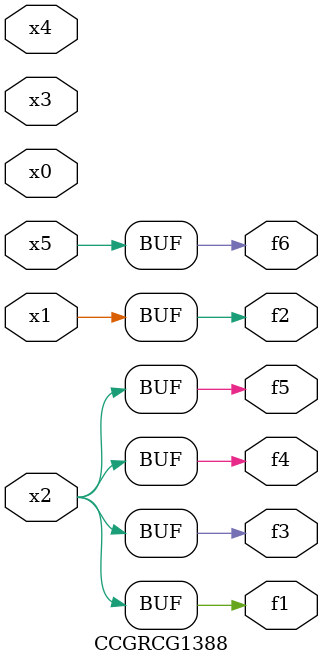
<source format=v>
module CCGRCG1388(
	input x0, x1, x2, x3, x4, x5,
	output f1, f2, f3, f4, f5, f6
);
	assign f1 = x2;
	assign f2 = x1;
	assign f3 = x2;
	assign f4 = x2;
	assign f5 = x2;
	assign f6 = x5;
endmodule

</source>
